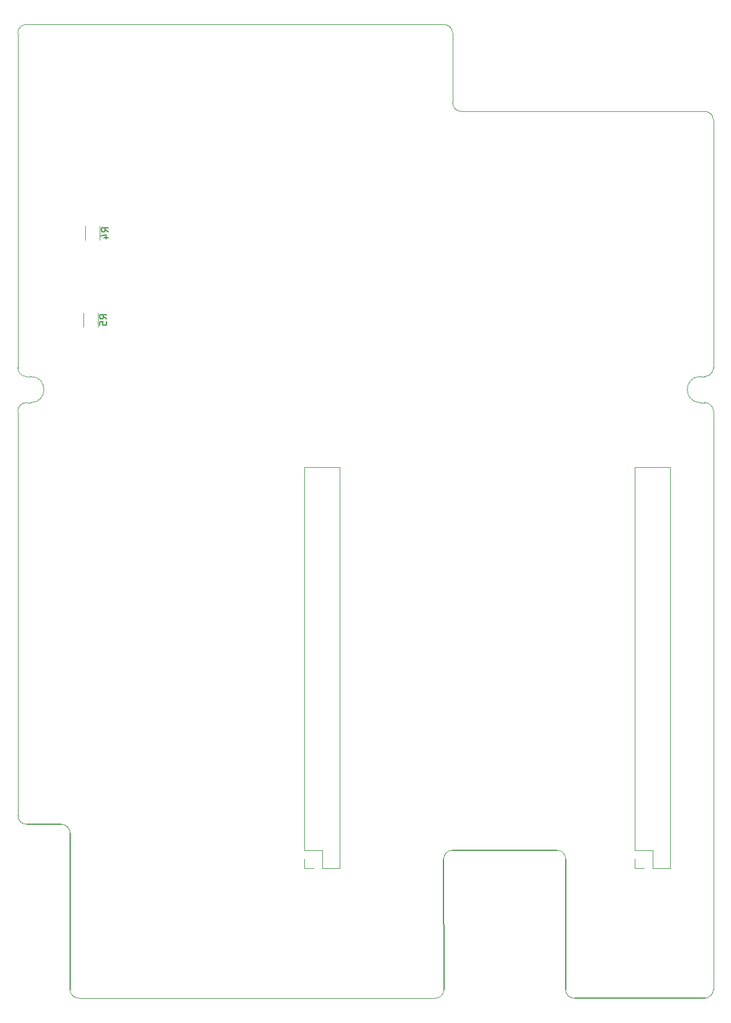
<source format=gbo>
G04 #@! TF.FileFunction,Legend,Bot*
%FSLAX46Y46*%
G04 Gerber Fmt 4.6, Leading zero omitted, Abs format (unit mm)*
G04 Created by KiCad (PCBNEW 4.0.7) date Monday, July 09, 2018 'PMt' 12:45:27 PM*
%MOMM*%
%LPD*%
G01*
G04 APERTURE LIST*
%ADD10C,0.020000*%
%ADD11C,0.100000*%
%ADD12C,0.150000*%
%ADD13C,0.120000*%
G04 APERTURE END LIST*
D10*
D11*
X27927300Y-67271900D02*
G75*
G02X29222700Y-68567300I0J-1295400D01*
G01*
X11417300Y-68567300D02*
G75*
G02X12687300Y-67297300I1270000J0D01*
G01*
X-44437300Y-63512700D02*
G75*
G02X-43167300Y-64782700I0J-1270000D01*
G01*
X11442700Y-87642700D02*
G75*
G02X10172700Y-88912700I-1270000J0D01*
G01*
X30467300Y-88912700D02*
G75*
G02X29197300Y-87642700I0J1270000D01*
G01*
D12*
X30480000Y-88900000D02*
X49530000Y-88900000D01*
D11*
X-41922700Y-88887300D02*
G75*
G02X-43192700Y-87617300I0J1270000D01*
G01*
D12*
X-43167300Y-64782700D02*
X-43180000Y-87630000D01*
X-49530000Y-63500000D02*
X-44437300Y-63512700D01*
X29222700Y-68567300D02*
X29210000Y-87630000D01*
X12687300Y-67297300D02*
X27927300Y-67297300D01*
X11430000Y-87630000D02*
X11417300Y-68567300D01*
D11*
X-50800000Y-3175000D02*
G75*
G02X-49530000Y-1905000I1270000J0D01*
G01*
X-49530000Y-1905000D02*
X-48895000Y-1905000D01*
X-48895000Y1905000D02*
G75*
G02X-48895000Y-1905000I0J-1905000D01*
G01*
X-48895000Y1905000D02*
X-49530000Y1905000D01*
X-49530000Y1905000D02*
G75*
G02X-50800000Y3175000I0J1270000D01*
G01*
X-50800000Y52070000D02*
X-50800000Y3175000D01*
X-50800000Y52070000D02*
G75*
G02X-49530000Y53340000I1270000J0D01*
G01*
X11430000Y53340000D02*
X-49530000Y53340000D01*
X11430000Y53340000D02*
G75*
G02X12700000Y52070000I0J-1270000D01*
G01*
X12700000Y52070000D02*
X12700000Y41910000D01*
X13970000Y40640000D02*
G75*
G02X12700000Y41910000I0J1270000D01*
G01*
X13970000Y40640000D02*
X49530000Y40640000D01*
X49530000Y40640000D02*
G75*
G02X50800000Y39370000I0J-1270000D01*
G01*
X50800000Y3175000D02*
X50800000Y39370000D01*
X50800000Y3175000D02*
G75*
G02X49530000Y1905000I-1270000J0D01*
G01*
X48895000Y1905000D02*
X49530000Y1905000D01*
X48895000Y-1905000D02*
G75*
G02X48895000Y1905000I0J1905000D01*
G01*
X49530000Y-1905000D02*
X48895000Y-1905000D01*
X49530000Y-1905000D02*
G75*
G02X50800000Y-3175000I0J-1270000D01*
G01*
X50800000Y-87630000D02*
X50800000Y-3175000D01*
X50800000Y-87630000D02*
G75*
G02X49530000Y-88900000I-1270000J0D01*
G01*
X-41910000Y-88900000D02*
X10160000Y-88900000D01*
X-49517300Y-63512700D02*
G75*
G02X-50787300Y-62242700I0J1270000D01*
G01*
X-50800000Y-3175000D02*
X-50800000Y-62230000D01*
D13*
X-40948000Y23860000D02*
X-40948000Y21860000D01*
X-38808000Y21860000D02*
X-38808000Y23860000D01*
X-41202000Y11160000D02*
X-41202000Y9160000D01*
X-39062000Y9160000D02*
X-39062000Y11160000D01*
X39310000Y-11370000D02*
X44510000Y-11370000D01*
X39310000Y-67310000D02*
X39310000Y-11370000D01*
X44510000Y-69910000D02*
X44510000Y-11370000D01*
X39310000Y-67310000D02*
X41910000Y-67310000D01*
X41910000Y-67310000D02*
X41910000Y-69910000D01*
X41910000Y-69910000D02*
X44510000Y-69910000D01*
X39310000Y-68580000D02*
X39310000Y-69910000D01*
X39310000Y-69910000D02*
X40640000Y-69910000D01*
X-8950000Y-11370000D02*
X-3750000Y-11370000D01*
X-8950000Y-67310000D02*
X-8950000Y-11370000D01*
X-3750000Y-69910000D02*
X-3750000Y-11370000D01*
X-8950000Y-67310000D02*
X-6350000Y-67310000D01*
X-6350000Y-67310000D02*
X-6350000Y-69910000D01*
X-6350000Y-69910000D02*
X-3750000Y-69910000D01*
X-8950000Y-68580000D02*
X-8950000Y-69910000D01*
X-8950000Y-69910000D02*
X-7620000Y-69910000D01*
D12*
X-37575619Y23026666D02*
X-38051810Y23360000D01*
X-37575619Y23598095D02*
X-38575619Y23598095D01*
X-38575619Y23217142D01*
X-38528000Y23121904D01*
X-38480381Y23074285D01*
X-38385143Y23026666D01*
X-38242286Y23026666D01*
X-38147048Y23074285D01*
X-38099429Y23121904D01*
X-38051810Y23217142D01*
X-38051810Y23598095D01*
X-38242286Y22169523D02*
X-37575619Y22169523D01*
X-38623238Y22407619D02*
X-37908952Y22645714D01*
X-37908952Y22026666D01*
X-37829619Y10326666D02*
X-38305810Y10660000D01*
X-37829619Y10898095D02*
X-38829619Y10898095D01*
X-38829619Y10517142D01*
X-38782000Y10421904D01*
X-38734381Y10374285D01*
X-38639143Y10326666D01*
X-38496286Y10326666D01*
X-38401048Y10374285D01*
X-38353429Y10421904D01*
X-38305810Y10517142D01*
X-38305810Y10898095D01*
X-38829619Y9421904D02*
X-38829619Y9898095D01*
X-38353429Y9945714D01*
X-38401048Y9898095D01*
X-38448667Y9802857D01*
X-38448667Y9564761D01*
X-38401048Y9469523D01*
X-38353429Y9421904D01*
X-38258190Y9374285D01*
X-38020095Y9374285D01*
X-37924857Y9421904D01*
X-37877238Y9469523D01*
X-37829619Y9564761D01*
X-37829619Y9802857D01*
X-37877238Y9898095D01*
X-37924857Y9945714D01*
M02*

</source>
